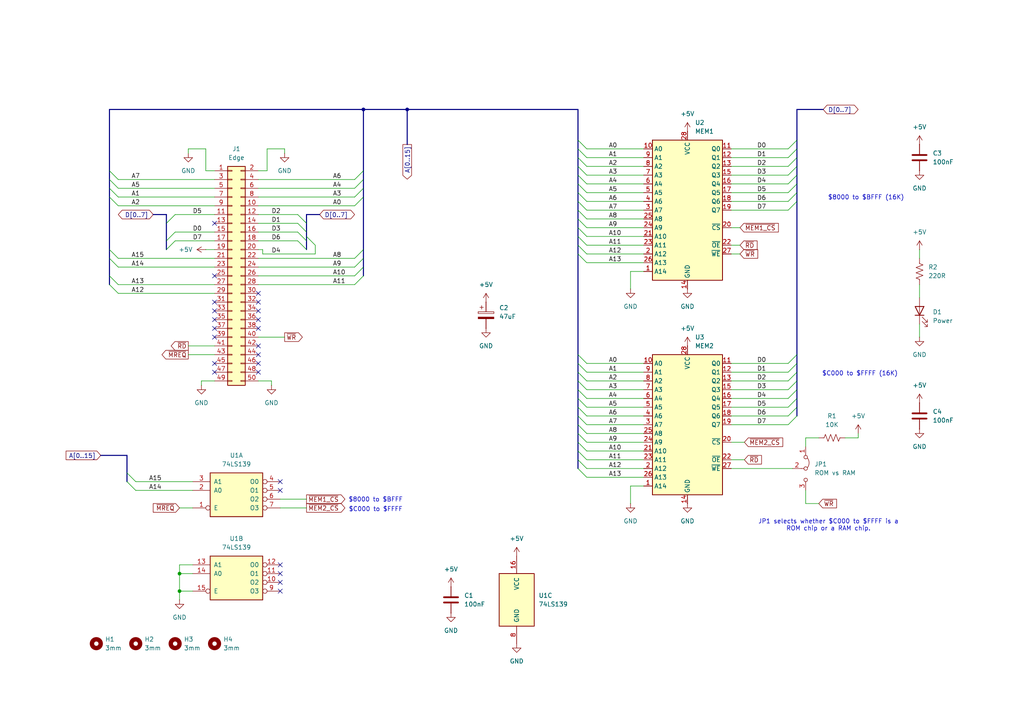
<source format=kicad_sch>
(kicad_sch (version 20231120) (generator "eeschema") (generator_version "8.0")
  (paper "A4")
  (title_block (title "Dick Smith System 80 Memory Cartridge") (date "2025") (rev "1") (comment 2 "Copyright (c) 2025 Rhys Weatherley"))
  (lib_symbols
    (symbol "74xx:74LS139" (pin_names (offset 1.016))
      (property "Reference" "U" (at -7.62 8.89 0))
      (property "Value" "74LS139" (at -7.62 -8.89 0))
      (symbol "74LS139_1_0"
        (pin input inverted (at -12.7 -5.08 0) (length 5.08) (name "E") (number "1"))
        (pin input line (at -12.7 0 0) (length 5.08) (name "A0") (number "2"))
        (pin input line (at -12.7 2.54 0) (length 5.08) (name "A1") (number "3"))
        (pin output inverted (at 12.7 2.54 180) (length 5.08) (name "O0") (number "4"))
        (pin output inverted (at 12.7 0 180) (length 5.08) (name "O1") (number "5"))
        (pin output inverted (at 12.7 -2.54 180) (length 5.08) (name "O2") (number "6"))
        (pin output inverted (at 12.7 -5.08 180) (length 5.08) (name "O3") (number "7"))
      )
      (symbol "74LS139_1_1"
        (rectangle (start -7.62 5.08) (end 7.62 -7.62) (stroke (width 0.254)) (fill (type background)))
      )
      (symbol "74LS139_2_0"
        (pin output inverted (at 12.7 -2.54 180) (length 5.08) (name "O2") (number "10"))
        (pin output inverted (at 12.7 0 180) (length 5.08) (name "O1") (number "11"))
        (pin output inverted (at 12.7 2.54 180) (length 5.08) (name "O0") (number "12"))
        (pin input line (at -12.7 2.54 0) (length 5.08) (name "A1") (number "13"))
        (pin input line (at -12.7 0 0) (length 5.08) (name "A0") (number "14"))
        (pin input inverted (at -12.7 -5.08 0) (length 5.08) (name "E") (number "15"))
        (pin output inverted (at 12.7 -5.08 180) (length 5.08) (name "O3") (number "9"))
      )
      (symbol "74LS139_2_1"
        (rectangle (start -7.62 5.08) (end 7.62 -7.62) (stroke (width 0.254)) (fill (type background)))
      )
      (symbol "74LS139_3_0"
        (pin power_in line (at 0 12.7 270) (length 5.08) (name "VCC") (number "16"))
        (pin power_in line (at 0 -12.7 90) (length 5.08) (name "GND") (number "8"))
      )
      (symbol "74LS139_3_1"
        (rectangle (start -5.08 7.62) (end 5.08 -7.62) (stroke (width 0.254)) (fill (type background)))
      )
    )
    (symbol "Connector_Generic:Conn_02x25_Odd_Even" (pin_names (offset 1.016) hide)
      (property "Reference" "J" (at 1.27 33.02 0))
      (property "Value" "Conn_02x25_Odd_Even" (at 1.27 -33.02 0))
      (symbol "Conn_02x25_Odd_Even_1_1"
        (rectangle (start -1.27 -30.353) (end 0 -30.607) (stroke (width 0.1524)))
        (rectangle (start -1.27 -27.813) (end 0 -28.067) (stroke (width 0.1524)))
        (rectangle (start -1.27 -25.273) (end 0 -25.527) (stroke (width 0.1524)))
        (rectangle (start -1.27 -22.733) (end 0 -22.987) (stroke (width 0.1524)))
        (rectangle (start -1.27 -20.193) (end 0 -20.447) (stroke (width 0.1524)))
        (rectangle (start -1.27 -17.653) (end 0 -17.907) (stroke (width 0.1524)))
        (rectangle (start -1.27 -15.113) (end 0 -15.367) (stroke (width 0.1524)))
        (rectangle (start -1.27 -12.573) (end 0 -12.827) (stroke (width 0.1524)))
        (rectangle (start -1.27 -10.033) (end 0 -10.287) (stroke (width 0.1524)))
        (rectangle (start -1.27 -7.493) (end 0 -7.747) (stroke (width 0.1524)))
        (rectangle (start -1.27 -4.953) (end 0 -5.207) (stroke (width 0.1524)))
        (rectangle (start -1.27 -2.413) (end 0 -2.667) (stroke (width 0.1524)))
        (rectangle (start -1.27 0.127) (end 0 -0.127) (stroke (width 0.1524)))
        (rectangle (start -1.27 2.667) (end 0 2.413) (stroke (width 0.1524)))
        (rectangle (start -1.27 5.207) (end 0 4.953) (stroke (width 0.1524)))
        (rectangle (start -1.27 7.747) (end 0 7.493) (stroke (width 0.1524)))
        (rectangle (start -1.27 10.287) (end 0 10.033) (stroke (width 0.1524)))
        (rectangle (start -1.27 12.827) (end 0 12.573) (stroke (width 0.1524)))
        (rectangle (start -1.27 15.367) (end 0 15.113) (stroke (width 0.1524)))
        (rectangle (start -1.27 17.907) (end 0 17.653) (stroke (width 0.1524)))
        (rectangle (start -1.27 20.447) (end 0 20.193) (stroke (width 0.1524)))
        (rectangle (start -1.27 22.987) (end 0 22.733) (stroke (width 0.1524)))
        (rectangle (start -1.27 25.527) (end 0 25.273) (stroke (width 0.1524)))
        (rectangle (start -1.27 28.067) (end 0 27.813) (stroke (width 0.1524)))
        (rectangle (start -1.27 30.607) (end 0 30.353) (stroke (width 0.1524)))
        (rectangle (start -1.27 31.75) (end 3.81 -31.75) (stroke (width 0.254)) (fill (type background)))
        (rectangle (start 3.81 -30.353) (end 2.54 -30.607) (stroke (width 0.1524)))
        (rectangle (start 3.81 -27.813) (end 2.54 -28.067) (stroke (width 0.1524)))
        (rectangle (start 3.81 -25.273) (end 2.54 -25.527) (stroke (width 0.1524)))
        (rectangle (start 3.81 -22.733) (end 2.54 -22.987) (stroke (width 0.1524)))
        (rectangle (start 3.81 -20.193) (end 2.54 -20.447) (stroke (width 0.1524)))
        (rectangle (start 3.81 -17.653) (end 2.54 -17.907) (stroke (width 0.1524)))
        (rectangle (start 3.81 -15.113) (end 2.54 -15.367) (stroke (width 0.1524)))
        (rectangle (start 3.81 -12.573) (end 2.54 -12.827) (stroke (width 0.1524)))
        (rectangle (start 3.81 -10.033) (end 2.54 -10.287) (stroke (width 0.1524)))
        (rectangle (start 3.81 -7.493) (end 2.54 -7.747) (stroke (width 0.1524)))
        (rectangle (start 3.81 -4.953) (end 2.54 -5.207) (stroke (width 0.1524)))
        (rectangle (start 3.81 -2.413) (end 2.54 -2.667) (stroke (width 0.1524)))
        (rectangle (start 3.81 0.127) (end 2.54 -0.127) (stroke (width 0.1524)))
        (rectangle (start 3.81 2.667) (end 2.54 2.413) (stroke (width 0.1524)))
        (rectangle (start 3.81 5.207) (end 2.54 4.953) (stroke (width 0.1524)))
        (rectangle (start 3.81 7.747) (end 2.54 7.493) (stroke (width 0.1524)))
        (rectangle (start 3.81 10.287) (end 2.54 10.033) (stroke (width 0.1524)))
        (rectangle (start 3.81 12.827) (end 2.54 12.573) (stroke (width 0.1524)))
        (rectangle (start 3.81 15.367) (end 2.54 15.113) (stroke (width 0.1524)))
        (rectangle (start 3.81 17.907) (end 2.54 17.653) (stroke (width 0.1524)))
        (rectangle (start 3.81 20.447) (end 2.54 20.193) (stroke (width 0.1524)))
        (rectangle (start 3.81 22.987) (end 2.54 22.733) (stroke (width 0.1524)))
        (rectangle (start 3.81 25.527) (end 2.54 25.273) (stroke (width 0.1524)))
        (rectangle (start 3.81 28.067) (end 2.54 27.813) (stroke (width 0.1524)))
        (rectangle (start 3.81 30.607) (end 2.54 30.353) (stroke (width 0.1524)))
        (pin passive line (at -5.08 30.48 0) (length 3.81) (name "Pin_1") (number "1"))
        (pin passive line (at 7.62 20.32 180) (length 3.81) (name "Pin_10") (number "10"))
        (pin passive line (at -5.08 17.78 0) (length 3.81) (name "Pin_11") (number "11"))
        (pin passive line (at 7.62 17.78 180) (length 3.81) (name "Pin_12") (number "12"))
        (pin passive line (at -5.08 15.24 0) (length 3.81) (name "Pin_13") (number "13"))
        (pin passive line (at 7.62 15.24 180) (length 3.81) (name "Pin_14") (number "14"))
        (pin passive line (at -5.08 12.7 0) (length 3.81) (name "Pin_15") (number "15"))
        (pin passive line (at 7.62 12.7 180) (length 3.81) (name "Pin_16") (number "16"))
        (pin passive line (at -5.08 10.16 0) (length 3.81) (name "Pin_17") (number "17"))
        (pin passive line (at 7.62 10.16 180) (length 3.81) (name "Pin_18") (number "18"))
        (pin passive line (at -5.08 7.62 0) (length 3.81) (name "Pin_19") (number "19"))
        (pin passive line (at 7.62 30.48 180) (length 3.81) (name "Pin_2") (number "2"))
        (pin passive line (at 7.62 7.62 180) (length 3.81) (name "Pin_20") (number "20"))
        (pin passive line (at -5.08 5.08 0) (length 3.81) (name "Pin_21") (number "21"))
        (pin passive line (at 7.62 5.08 180) (length 3.81) (name "Pin_22") (number "22"))
        (pin passive line (at -5.08 2.54 0) (length 3.81) (name "Pin_23") (number "23"))
        (pin passive line (at 7.62 2.54 180) (length 3.81) (name "Pin_24") (number "24"))
        (pin passive line (at -5.08 0 0) (length 3.81) (name "Pin_25") (number "25"))
        (pin passive line (at 7.62 0 180) (length 3.81) (name "Pin_26") (number "26"))
        (pin passive line (at -5.08 -2.54 0) (length 3.81) (name "Pin_27") (number "27"))
        (pin passive line (at 7.62 -2.54 180) (length 3.81) (name "Pin_28") (number "28"))
        (pin passive line (at -5.08 -5.08 0) (length 3.81) (name "Pin_29") (number "29"))
        (pin passive line (at -5.08 27.94 0) (length 3.81) (name "Pin_3") (number "3"))
        (pin passive line (at 7.62 -5.08 180) (length 3.81) (name "Pin_30") (number "30"))
        (pin passive line (at -5.08 -7.62 0) (length 3.81) (name "Pin_31") (number "31"))
        (pin passive line (at 7.62 -7.62 180) (length 3.81) (name "Pin_32") (number "32"))
        (pin passive line (at -5.08 -10.16 0) (length 3.81) (name "Pin_33") (number "33"))
        (pin passive line (at 7.62 -10.16 180) (length 3.81) (name "Pin_34") (number "34"))
        (pin passive line (at -5.08 -12.7 0) (length 3.81) (name "Pin_35") (number "35"))
        (pin passive line (at 7.62 -12.7 180) (length 3.81) (name "Pin_36") (number "36"))
        (pin passive line (at -5.08 -15.24 0) (length 3.81) (name "Pin_37") (number "37"))
        (pin passive line (at 7.62 -15.24 180) (length 3.81) (name "Pin_38") (number "38"))
        (pin passive line (at -5.08 -17.78 0) (length 3.81) (name "Pin_39") (number "39"))
        (pin passive line (at 7.62 27.94 180) (length 3.81) (name "Pin_4") (number "4"))
        (pin passive line (at 7.62 -17.78 180) (length 3.81) (name "Pin_40") (number "40"))
        (pin passive line (at -5.08 -20.32 0) (length 3.81) (name "Pin_41") (number "41"))
        (pin passive line (at 7.62 -20.32 180) (length 3.81) (name "Pin_42") (number "42"))
        (pin passive line (at -5.08 -22.86 0) (length 3.81) (name "Pin_43") (number "43"))
        (pin passive line (at 7.62 -22.86 180) (length 3.81) (name "Pin_44") (number "44"))
        (pin passive line (at -5.08 -25.4 0) (length 3.81) (name "Pin_45") (number "45"))
        (pin passive line (at 7.62 -25.4 180) (length 3.81) (name "Pin_46") (number "46"))
        (pin passive line (at -5.08 -27.94 0) (length 3.81) (name "Pin_47") (number "47"))
        (pin passive line (at 7.62 -27.94 180) (length 3.81) (name "Pin_48") (number "48"))
        (pin passive line (at -5.08 -30.48 0) (length 3.81) (name "Pin_49") (number "49"))
        (pin passive line (at -5.08 25.4 0) (length 3.81) (name "Pin_5") (number "5"))
        (pin passive line (at 7.62 -30.48 180) (length 3.81) (name "Pin_50") (number "50"))
        (pin passive line (at 7.62 25.4 180) (length 3.81) (name "Pin_6") (number "6"))
        (pin passive line (at -5.08 22.86 0) (length 3.81) (name "Pin_7") (number "7"))
        (pin passive line (at 7.62 22.86 180) (length 3.81) (name "Pin_8") (number "8"))
        (pin passive line (at -5.08 20.32 0) (length 3.81) (name "Pin_9") (number "9"))
      )
    )
    (symbol "Device:C" (pin_numbers hide) (pin_names (offset 0.254))
      (property "Reference" "C" (at 0.635 2.54 0))
      (property "Value" "C" (at 0.635 -2.54 0))
      (symbol "C_0_1"
        (polyline (pts (xy -2.032 -0.762) (xy 2.032 -0.762)) (stroke (width 0.508)))
        (polyline (pts (xy -2.032 0.762) (xy 2.032 0.762)) (stroke (width 0.508)))
      )
      (symbol "C_1_1"
        (pin passive line (at 0 3.81 270) (length 2.794) (name "~") (number "1"))
        (pin passive line (at 0 -3.81 90) (length 2.794) (name "~") (number "2"))
      )
    )
    (symbol "Device:C_Polarized" (pin_numbers hide) (pin_names (offset 0.254))
      (property "Reference" "C" (at 0.635 2.54 0))
      (property "Value" "C_Polarized" (at 0.635 -2.54 0))
      (symbol "C_Polarized_0_1"
        (rectangle (start -2.286 0.508) (end 2.286 1.016))
        (polyline (pts (xy -1.778 2.286) (xy -0.762 2.286)))
        (polyline (pts (xy -1.27 2.794) (xy -1.27 1.778)))
        (rectangle (start 2.286 -0.508) (end -2.286 -1.016) (fill (type outline)))
      )
      (symbol "C_Polarized_1_1"
        (pin passive line (at 0 3.81 270) (length 2.794) (name "~") (number "1"))
        (pin passive line (at 0 -3.81 90) (length 2.794) (name "~") (number "2"))
      )
    )
    (symbol "Device:LED" (pin_numbers hide) (pin_names (offset 1.016) hide)
      (property "Reference" "D" (at 0 2.54 0))
      (property "Value" "LED" (at 0 -2.54 0))
      (symbol "LED_0_1"
        (polyline (pts (xy -1.27 -1.27) (xy -1.27 1.27)) (stroke (width 0.254)))
        (polyline (pts (xy -1.27 0) (xy 1.27 0)))
        (polyline (pts (xy 1.27 -1.27) (xy 1.27 1.27) (xy -1.27 0) (xy 1.27 -1.27)) (stroke (width 0.254)))
        (polyline (pts (xy -3.048 -0.762) (xy -4.572 -2.286) (xy -3.81 -2.286) (xy -4.572 -2.286) (xy -4.572 -1.524)))
        (polyline (pts (xy -1.778 -0.762) (xy -3.302 -2.286) (xy -2.54 -2.286) (xy -3.302 -2.286) (xy -3.302 -1.524)))
      )
      (symbol "LED_1_1"
        (pin passive line (at -3.81 0 0) (length 2.54) (name "K") (number "1"))
        (pin passive line (at 3.81 0 180) (length 2.54) (name "A") (number "2"))
      )
    )
    (symbol "Device:R_US" (pin_numbers hide) (pin_names (offset 0))
      (property "Reference" "R" (at 2.54 0 90))
      (property "Value" "R_US" (at -2.54 0 90))
      (symbol "R_US_0_1"
        (polyline (pts (xy 0 -2.286) (xy 0 -2.54)))
        (polyline (pts (xy 0 2.286) (xy 0 2.54)))
        (polyline (pts (xy 0 -0.762) (xy 1.016 -1.143) (xy 0 -1.524) (xy -1.016 -1.905) (xy 0 -2.286)))
        (polyline (pts (xy 0 0.762) (xy 1.016 0.381) (xy 0 0) (xy -1.016 -0.381) (xy 0 -0.762)))
        (polyline (pts (xy 0 2.286) (xy 1.016 1.905) (xy 0 1.524) (xy -1.016 1.143) (xy 0 0.762)))
      )
      (symbol "R_US_1_1"
        (pin passive line (at 0 3.81 270) (length 1.27) (name "~") (number "1"))
        (pin passive line (at 0 -3.81 90) (length 1.27) (name "~") (number "2"))
      )
    )
    (symbol "Jumper:Jumper_3_Bridged12" (pin_names (offset 0) hide) (exclude_from_sim yes) (in_bom no)
      (property "Reference" "JP" (at -2.54 -2.54 0))
      (property "Value" "Jumper_3_Bridged12" (at 0 2.794 0))
      (symbol "Jumper_3_Bridged12_0_0"
        (circle (center -3.302 0) (radius 0.508))
        (circle (center 0 0) (radius 0.508))
        (circle (center 3.302 0) (radius 0.508))
      )
      (symbol "Jumper_3_Bridged12_0_1"
        (arc (start -0.254 0.508) (mid -1.651 0.9912) (end -3.048 0.508))
        (polyline (pts (xy 0 -1.27) (xy 0 -0.508)))
      )
      (symbol "Jumper_3_Bridged12_1_1"
        (pin passive line (at -6.35 0 0) (length 2.54) (name "A") (number "1"))
        (pin passive line (at 0 -3.81 90) (length 2.54) (name "C") (number "2"))
        (pin passive line (at 6.35 0 180) (length 2.54) (name "B") (number "3"))
      )
    )
    (symbol "Mechanical:MountingHole" (pin_names (offset 1.016)) (exclude_from_sim yes) (in_bom no)
      (property "Reference" "H" (at 0 5.08 0))
      (property "Value" "MountingHole" (at 0 3.175 0))
      (symbol "MountingHole_0_1"
        (circle (center 0 0) (radius 1.27) (stroke (width 1.27)))
      )
    )
    (symbol "Memory_RAM:CY62256-70PC"
      (property "Reference" "U" (at -10.16 20.955 0))
      (property "Value" "CY62256-70PC" (at 2.54 20.955 0))
      (symbol "CY62256-70PC_0_0"
        (pin power_in line (at 0 -22.86 90) (length 2.54) (name "GND") (number "14"))
        (pin power_in line (at 0 22.86 270) (length 2.54) (name "VCC") (number "28"))
      )
      (symbol "CY62256-70PC_0_1"
        (rectangle (start -10.16 20.32) (end 10.16 -20.32) (stroke (width 0.254)) (fill (type background)))
      )
      (symbol "CY62256-70PC_1_1"
        (pin input line (at -12.7 -17.78 0) (length 2.54) (name "A14") (number "1"))
        (pin input line (at -12.7 17.78 0) (length 2.54) (name "A0") (number "10"))
        (pin tri_state line (at 12.7 17.78 180) (length 2.54) (name "Q0") (number "11"))
        (pin tri_state line (at 12.7 15.24 180) (length 2.54) (name "Q1") (number "12"))
        (pin tri_state line (at 12.7 12.7 180) (length 2.54) (name "Q2") (number "13"))
        (pin tri_state line (at 12.7 10.16 180) (length 2.54) (name "Q3") (number "15"))
        (pin tri_state line (at 12.7 7.62 180) (length 2.54) (name "Q4") (number "16"))
        (pin tri_state line (at 12.7 5.08 180) (length 2.54) (name "Q5") (number "17"))
        (pin tri_state line (at 12.7 2.54 180) (length 2.54) (name "Q6") (number "18"))
        (pin tri_state line (at 12.7 0 180) (length 2.54) (name "Q7") (number "19"))
        (pin input line (at -12.7 -12.7 0) (length 2.54) (name "A12") (number "2"))
        (pin input line (at 12.7 -5.08 180) (length 2.54) (name "~{CS}") (number "20"))
        (pin input line (at -12.7 -7.62 0) (length 2.54) (name "A10") (number "21"))
        (pin input line (at 12.7 -10.16 180) (length 2.54) (name "~{OE}") (number "22"))
        (pin input line (at -12.7 -10.16 0) (length 2.54) (name "A11") (number "23"))
        (pin input line (at -12.7 -5.08 0) (length 2.54) (name "A9") (number "24"))
        (pin input line (at -12.7 -2.54 0) (length 2.54) (name "A8") (number "25"))
        (pin input line (at -12.7 -15.24 0) (length 2.54) (name "A13") (number "26"))
        (pin input line (at 12.7 -12.7 180) (length 2.54) (name "~{WE}") (number "27"))
        (pin input line (at -12.7 0 0) (length 2.54) (name "A7") (number "3"))
        (pin input line (at -12.7 2.54 0) (length 2.54) (name "A6") (number "4"))
        (pin input line (at -12.7 5.08 0) (length 2.54) (name "A5") (number "5"))
        (pin input line (at -12.7 7.62 0) (length 2.54) (name "A4") (number "6"))
        (pin input line (at -12.7 10.16 0) (length 2.54) (name "A3") (number "7"))
        (pin input line (at -12.7 12.7 0) (length 2.54) (name "A2") (number "8"))
        (pin input line (at -12.7 15.24 0) (length 2.54) (name "A1") (number "9"))
      )
    )
    (symbol "power:+5V" (power) (pin_numbers hide) (pin_names (offset 0) hide)
      (property "Value" "+5V" (at 0 3.556 0))
      (symbol "+5V_0_1"
        (polyline (pts (xy -0.762 1.27) (xy 0 2.54)))
        (polyline (pts (xy 0 0) (xy 0 2.54)))
        (polyline (pts (xy 0 2.54) (xy 0.762 1.27)))
      )
      (symbol "+5V_1_1"
        (pin power_in line (at 0 0 90) (length 0) (name "~") (number "1"))
      )
    )
    (symbol "power:GND" (power) (pin_numbers hide) (pin_names (offset 0) hide)
      (property "Value" "GND" (at 0 -3.81 0))
      (symbol "GND_0_1"
        (polyline (pts (xy 0 0) (xy 0 -1.27) (xy 1.27 -1.27) (xy 0 -2.54) (xy -1.27 -1.27) (xy 0 -1.27)))
      )
      (symbol "GND_1_1"
        (pin power_in line (at 0 0 270) (length 0) (name "~") (number "1"))
      )
    )
  )
  (junction (at 118.11 31.75))
  (junction (at 52.07 166.37))
  (junction (at 52.07 171.45))
  (junction (at 105.41 31.75))
  (no_connect (at 62.23 80.01))
  (no_connect (at 74.93 105.41))
  (no_connect (at 74.93 100.33))
  (no_connect (at 81.28 139.7))
  (no_connect (at 62.23 97.79))
  (no_connect (at 62.23 64.77))
  (no_connect (at 62.23 87.63))
  (no_connect (at 62.23 105.41))
  (no_connect (at 62.23 92.71))
  (no_connect (at 62.23 95.25))
  (no_connect (at 74.93 87.63))
  (no_connect (at 74.93 90.17))
  (no_connect (at 81.28 168.91))
  (no_connect (at 62.23 107.95))
  (no_connect (at 81.28 171.45))
  (no_connect (at 74.93 92.71))
  (no_connect (at 62.23 90.17))
  (no_connect (at 81.28 166.37))
  (no_connect (at 81.28 163.83))
  (no_connect (at 74.93 107.95))
  (no_connect (at 81.28 142.24))
  (no_connect (at 74.93 85.09))
  (no_connect (at 74.93 95.25))
  (no_connect (at 74.93 102.87))
  (bus_entry (at 231.14 115.57) (size -2.54 2.54))
  (bus_entry (at 105.41 80.01) (size -2.54 2.54))
  (bus_entry (at 48.26 69.85) (size 2.54 -2.54))
  (bus_entry (at 105.41 52.07) (size -2.54 2.54))
  (bus_entry (at 167.64 58.42) (size 2.54 2.54))
  (bus_entry (at 231.14 45.72) (size -2.54 2.54))
  (bus_entry (at 231.14 40.64) (size -2.54 2.54))
  (bus_entry (at 48.26 64.77) (size 2.54 -2.54))
  (bus_entry (at 167.64 115.57) (size 2.54 2.54))
  (bus_entry (at 167.64 120.65) (size 2.54 2.54))
  (bus_entry (at 88.9 64.77) (size -2.54 -2.54))
  (bus_entry (at 167.64 135.89) (size 2.54 2.54))
  (bus_entry (at 105.41 54.61) (size -2.54 2.54))
  (bus_entry (at 31.75 74.93) (size 2.54 2.54))
  (bus_entry (at 231.14 43.18) (size -2.54 2.54))
  (bus_entry (at 231.14 113.03) (size -2.54 2.54))
  (bus_entry (at 167.64 128.27) (size 2.54 2.54))
  (bus_entry (at 167.64 73.66) (size 2.54 2.54))
  (bus_entry (at 88.9 72.39) (size -2.54 -2.54))
  (bus_entry (at 88.9 68.58) (size 2.54 2.54))
  (bus_entry (at 167.64 66.04) (size 2.54 2.54))
  (bus_entry (at 31.75 72.39) (size 2.54 2.54))
  (bus_entry (at 231.14 120.65) (size -2.54 2.54))
  (bus_entry (at 167.64 60.96) (size 2.54 2.54))
  (bus_entry (at 167.64 110.49) (size 2.54 2.54))
  (bus_entry (at 167.64 102.87) (size 2.54 2.54))
  (bus_entry (at 231.14 118.11) (size -2.54 2.54))
  (bus_entry (at 167.64 45.72) (size 2.54 2.54))
  (bus_entry (at 231.14 110.49) (size -2.54 2.54))
  (bus_entry (at 36.83 139.7) (size 2.54 2.54))
  (bus_entry (at 31.75 54.61) (size 2.54 2.54))
  (bus_entry (at 231.14 50.8) (size -2.54 2.54))
  (bus_entry (at 31.75 80.01) (size 2.54 2.54))
  (bus_entry (at 167.64 105.41) (size 2.54 2.54))
  (bus_entry (at 167.64 118.11) (size 2.54 2.54))
  (bus_entry (at 231.14 107.95) (size -2.54 2.54))
  (bus_entry (at 105.41 49.53) (size -2.54 2.54))
  (bus_entry (at 88.9 67.31) (size -2.54 -2.54))
  (bus_entry (at 167.64 48.26) (size 2.54 2.54))
  (bus_entry (at 167.64 71.12) (size 2.54 2.54))
  (bus_entry (at 48.26 72.39) (size 2.54 -2.54))
  (bus_entry (at 167.64 123.19) (size 2.54 2.54))
  (bus_entry (at 31.75 52.07) (size 2.54 2.54))
  (bus_entry (at 167.64 130.81) (size 2.54 2.54))
  (bus_entry (at 105.41 74.93) (size -2.54 2.54))
  (bus_entry (at 167.64 68.58) (size 2.54 2.54))
  (bus_entry (at 167.64 40.64) (size 2.54 2.54))
  (bus_entry (at 167.64 107.95) (size 2.54 2.54))
  (bus_entry (at 167.64 133.35) (size 2.54 2.54))
  (bus_entry (at 167.64 63.5) (size 2.54 2.54))
  (bus_entry (at 167.64 113.03) (size 2.54 2.54))
  (bus_entry (at 231.14 102.87) (size -2.54 2.54))
  (bus_entry (at 88.9 69.85) (size -2.54 -2.54))
  (bus_entry (at 167.64 50.8) (size 2.54 2.54))
  (bus_entry (at 167.64 55.88) (size 2.54 2.54))
  (bus_entry (at 231.14 55.88) (size -2.54 2.54))
  (bus_entry (at 36.83 137.16) (size 2.54 2.54))
  (bus_entry (at 167.64 125.73) (size 2.54 2.54))
  (bus_entry (at 31.75 57.15) (size 2.54 2.54))
  (bus_entry (at 105.41 77.47) (size -2.54 2.54))
  (bus_entry (at 231.14 48.26) (size -2.54 2.54))
  (bus_entry (at 31.75 49.53) (size 2.54 2.54))
  (bus_entry (at 231.14 53.34) (size -2.54 2.54))
  (bus_entry (at 167.64 43.18) (size 2.54 2.54))
  (bus_entry (at 231.14 105.41) (size -2.54 2.54))
  (bus_entry (at 105.41 57.15) (size -2.54 2.54))
  (bus_entry (at 231.14 58.42) (size -2.54 2.54))
  (bus_entry (at 105.41 72.39) (size -2.54 2.54))
  (bus_entry (at 167.64 53.34) (size 2.54 2.54))
  (bus_entry (at 31.75 82.55) (size 2.54 2.54))
  (wire (pts (xy 228.6 43.18) (xy 212.09 43.18)))
  (wire (pts (xy 170.18 58.42) (xy 186.69 58.42)))
  (bus (pts (xy 167.64 63.5) (xy 167.64 66.04)))
  (bus (pts (xy 231.14 118.11) (xy 231.14 120.65)))
  (wire (pts (xy 52.07 163.83) (xy 55.88 163.83)))
  (wire (pts (xy 59.69 49.53) (xy 59.69 43.18)))
  (bus (pts (xy 88.9 64.77) (xy 88.9 67.31)))
  (bus (pts (xy 105.41 54.61) (xy 105.41 52.07)))
  (wire (pts (xy 170.18 113.03) (xy 186.69 113.03)))
  (bus (pts (xy 167.64 71.12) (xy 167.64 73.66)))
  (wire (pts (xy 212.09 133.35) (xy 215.9 133.35)))
  (wire (pts (xy 102.87 57.15) (xy 74.93 57.15)))
  (bus (pts (xy 167.64 105.41) (xy 167.64 107.95)))
  (wire (pts (xy 212.09 135.89) (xy 229.87 135.89)))
  (wire (pts (xy 228.6 105.41) (xy 212.09 105.41)))
  (bus (pts (xy 167.64 43.18) (xy 167.64 45.72)))
  (bus (pts (xy 31.75 72.39) (xy 31.75 57.15)))
  (wire (pts (xy 52.07 171.45) (xy 55.88 171.45)))
  (bus (pts (xy 31.75 52.07) (xy 31.75 49.53)))
  (bus (pts (xy 36.83 137.16) (xy 36.83 139.7)))
  (wire (pts (xy 233.68 146.05) (xy 233.68 142.24)))
  (wire (pts (xy 170.18 105.41) (xy 186.69 105.41)))
  (wire (pts (xy 237.49 146.05) (xy 233.68 146.05)))
  (wire (pts (xy 59.69 72.39) (xy 62.23 72.39)))
  (bus (pts (xy 105.41 77.47) (xy 105.41 80.01)))
  (wire (pts (xy 39.37 139.7) (xy 55.88 139.7)))
  (wire (pts (xy 54.61 100.33) (xy 62.23 100.33)))
  (bus (pts (xy 105.41 74.93) (xy 105.41 77.47)))
  (wire (pts (xy 77.47 43.18) (xy 82.55 43.18)))
  (wire (pts (xy 228.6 48.26) (xy 212.09 48.26)))
  (wire (pts (xy 170.18 138.43) (xy 186.69 138.43)))
  (bus (pts (xy 231.14 48.26) (xy 231.14 50.8)))
  (wire (pts (xy 228.6 50.8) (xy 212.09 50.8)))
  (wire (pts (xy 170.18 125.73) (xy 186.69 125.73)))
  (wire (pts (xy 245.11 127) (xy 248.92 127)))
  (bus (pts (xy 105.41 49.53) (xy 105.41 31.75)))
  (wire (pts (xy 34.29 52.07) (xy 62.23 52.07)))
  (bus (pts (xy 167.64 66.04) (xy 167.64 68.58)))
  (wire (pts (xy 91.44 73.66) (xy 91.44 71.12)))
  (bus (pts (xy 118.11 31.75) (xy 118.11 41.91)))
  (wire (pts (xy 233.68 127) (xy 233.68 129.54)))
  (bus (pts (xy 167.64 118.11) (xy 167.64 120.65)))
  (bus (pts (xy 88.9 67.31) (xy 88.9 68.58)))
  (bus (pts (xy 31.75 80.01) (xy 31.75 74.93)))
  (wire (pts (xy 170.18 120.65) (xy 186.69 120.65)))
  (bus (pts (xy 31.75 31.75) (xy 105.41 31.75)))
  (wire (pts (xy 102.87 74.93) (xy 74.93 74.93)))
  (wire (pts (xy 34.29 77.47) (xy 62.23 77.47)))
  (bus (pts (xy 92.71 62.23) (xy 88.9 62.23)))
  (wire (pts (xy 266.7 93.98) (xy 266.7 97.79)))
  (wire (pts (xy 52.07 173.99) (xy 52.07 171.45)))
  (wire (pts (xy 78.74 110.49) (xy 78.74 111.76)))
  (bus (pts (xy 231.14 58.42) (xy 231.14 102.87)))
  (wire (pts (xy 170.18 68.58) (xy 186.69 68.58)))
  (wire (pts (xy 102.87 80.01) (xy 74.93 80.01)))
  (wire (pts (xy 182.88 140.97) (xy 186.69 140.97)))
  (bus (pts (xy 31.75 49.53) (xy 31.75 31.75)))
  (wire (pts (xy 228.6 53.34) (xy 212.09 53.34)))
  (wire (pts (xy 228.6 123.19) (xy 212.09 123.19)))
  (wire (pts (xy 248.92 127) (xy 248.92 125.73)))
  (wire (pts (xy 54.61 43.18) (xy 54.61 44.45)))
  (wire (pts (xy 228.6 60.96) (xy 212.09 60.96)))
  (wire (pts (xy 74.93 72.39) (xy 76.2 72.39)))
  (bus (pts (xy 167.64 133.35) (xy 167.64 135.89)))
  (wire (pts (xy 102.87 82.55) (xy 74.93 82.55)))
  (wire (pts (xy 34.29 59.69) (xy 62.23 59.69)))
  (bus (pts (xy 36.83 132.08) (xy 36.83 137.16)))
  (wire (pts (xy 228.6 107.95) (xy 212.09 107.95)))
  (bus (pts (xy 167.64 55.88) (xy 167.64 58.42)))
  (wire (pts (xy 170.18 76.2) (xy 186.69 76.2)))
  (wire (pts (xy 212.09 71.12) (xy 214.63 71.12)))
  (bus (pts (xy 105.41 57.15) (xy 105.41 54.61)))
  (wire (pts (xy 102.87 77.47) (xy 74.93 77.47)))
  (wire (pts (xy 182.88 78.74) (xy 186.69 78.74)))
  (wire (pts (xy 58.42 110.49) (xy 58.42 111.76)))
  (bus (pts (xy 231.14 31.75) (xy 231.14 40.64)))
  (wire (pts (xy 170.18 133.35) (xy 186.69 133.35)))
  (wire (pts (xy 228.6 113.03) (xy 212.09 113.03)))
  (wire (pts (xy 102.87 54.61) (xy 74.93 54.61)))
  (wire (pts (xy 170.18 130.81) (xy 186.69 130.81)))
  (wire (pts (xy 170.18 110.49) (xy 186.69 110.49)))
  (wire (pts (xy 170.18 50.8) (xy 186.69 50.8)))
  (wire (pts (xy 86.36 62.23) (xy 74.93 62.23)))
  (wire (pts (xy 212.09 66.04) (xy 214.63 66.04)))
  (wire (pts (xy 52.07 166.37) (xy 52.07 163.83)))
  (wire (pts (xy 228.6 110.49) (xy 212.09 110.49)))
  (wire (pts (xy 170.18 118.11) (xy 186.69 118.11)))
  (bus (pts (xy 167.64 115.57) (xy 167.64 118.11)))
  (wire (pts (xy 62.23 110.49) (xy 58.42 110.49)))
  (wire (pts (xy 170.18 71.12) (xy 186.69 71.12)))
  (bus (pts (xy 88.9 62.23) (xy 88.9 64.77)))
  (wire (pts (xy 228.6 120.65) (xy 212.09 120.65)))
  (bus (pts (xy 231.14 113.03) (xy 231.14 115.57)))
  (bus (pts (xy 105.41 31.75) (xy 118.11 31.75)))
  (bus (pts (xy 231.14 31.75) (xy 238.76 31.75)))
  (wire (pts (xy 81.28 144.78) (xy 88.9 144.78)))
  (bus (pts (xy 167.64 128.27) (xy 167.64 130.81)))
  (wire (pts (xy 182.88 83.82) (xy 182.88 78.74)))
  (bus (pts (xy 167.64 68.58) (xy 167.64 71.12)))
  (bus (pts (xy 48.26 62.23) (xy 48.26 64.77)))
  (wire (pts (xy 170.18 63.5) (xy 186.69 63.5)))
  (bus (pts (xy 44.45 62.23) (xy 48.26 62.23)))
  (bus (pts (xy 167.64 73.66) (xy 167.64 102.87)))
  (wire (pts (xy 86.36 67.31) (xy 74.93 67.31)))
  (bus (pts (xy 88.9 68.58) (xy 88.9 69.85)))
  (bus (pts (xy 167.64 125.73) (xy 167.64 128.27)))
  (wire (pts (xy 52.07 166.37) (xy 55.88 166.37)))
  (bus (pts (xy 167.64 48.26) (xy 167.64 50.8)))
  (bus (pts (xy 231.14 53.34) (xy 231.14 55.88)))
  (wire (pts (xy 266.7 82.55) (xy 266.7 86.36)))
  (wire (pts (xy 102.87 52.07) (xy 74.93 52.07)))
  (bus (pts (xy 167.64 60.96) (xy 167.64 63.5)))
  (bus (pts (xy 31.75 54.61) (xy 31.75 52.07)))
  (wire (pts (xy 82.55 43.18) (xy 82.55 44.45)))
  (wire (pts (xy 170.18 123.19) (xy 186.69 123.19)))
  (bus (pts (xy 105.41 72.39) (xy 105.41 74.93)))
  (wire (pts (xy 212.09 73.66) (xy 214.63 73.66)))
  (bus (pts (xy 167.64 50.8) (xy 167.64 53.34)))
  (wire (pts (xy 74.93 97.79) (xy 82.55 97.79)))
  (bus (pts (xy 167.64 120.65) (xy 167.64 123.19)))
  (wire (pts (xy 74.93 110.49) (xy 78.74 110.49)))
  (bus (pts (xy 167.64 110.49) (xy 167.64 113.03)))
  (wire (pts (xy 170.18 48.26) (xy 186.69 48.26)))
  (wire (pts (xy 228.6 58.42) (xy 212.09 58.42)))
  (wire (pts (xy 81.28 147.32) (xy 88.9 147.32)))
  (bus (pts (xy 31.75 82.55) (xy 31.75 80.01)))
  (wire (pts (xy 182.88 146.05) (xy 182.88 140.97)))
  (wire (pts (xy 237.49 127) (xy 233.68 127)))
  (wire (pts (xy 170.18 66.04) (xy 186.69 66.04)))
  (wire (pts (xy 34.29 57.15) (xy 62.23 57.15)))
  (wire (pts (xy 228.6 118.11) (xy 212.09 118.11)))
  (bus (pts (xy 167.64 113.03) (xy 167.64 115.57)))
  (wire (pts (xy 102.87 59.69) (xy 74.93 59.69)))
  (wire (pts (xy 170.18 43.18) (xy 186.69 43.18)))
  (bus (pts (xy 231.14 43.18) (xy 231.14 45.72)))
  (bus (pts (xy 231.14 40.64) (xy 231.14 43.18)))
  (wire (pts (xy 170.18 53.34) (xy 186.69 53.34)))
  (wire (pts (xy 34.29 82.55) (xy 62.23 82.55)))
  (bus (pts (xy 231.14 45.72) (xy 231.14 48.26)))
  (wire (pts (xy 212.09 128.27) (xy 215.9 128.27)))
  (wire (pts (xy 54.61 102.87) (xy 62.23 102.87)))
  (bus (pts (xy 167.64 45.72) (xy 167.64 48.26)))
  (wire (pts (xy 170.18 135.89) (xy 186.69 135.89)))
  (wire (pts (xy 59.69 43.18) (xy 54.61 43.18)))
  (wire (pts (xy 77.47 49.53) (xy 77.47 43.18)))
  (bus (pts (xy 48.26 69.85) (xy 48.26 72.39)))
  (wire (pts (xy 50.8 67.31) (xy 62.23 67.31)))
  (wire (pts (xy 76.2 72.39) (xy 76.2 73.66)))
  (bus (pts (xy 167.64 53.34) (xy 167.64 55.88)))
  (wire (pts (xy 86.36 64.77) (xy 74.93 64.77)))
  (bus (pts (xy 105.41 52.07) (xy 105.41 49.53)))
  (wire (pts (xy 170.18 128.27) (xy 186.69 128.27)))
  (bus (pts (xy 167.64 31.75) (xy 167.64 40.64)))
  (wire (pts (xy 74.93 49.53) (xy 77.47 49.53)))
  (wire (pts (xy 228.6 55.88) (xy 212.09 55.88)))
  (bus (pts (xy 88.9 69.85) (xy 88.9 72.39)))
  (bus (pts (xy 48.26 64.77) (xy 48.26 69.85)))
  (bus (pts (xy 167.64 130.81) (xy 167.64 133.35)))
  (bus (pts (xy 167.64 58.42) (xy 167.64 60.96)))
  (bus (pts (xy 231.14 115.57) (xy 231.14 118.11)))
  (wire (pts (xy 228.6 45.72) (xy 212.09 45.72)))
  (bus (pts (xy 231.14 50.8) (xy 231.14 53.34)))
  (wire (pts (xy 170.18 45.72) (xy 186.69 45.72)))
  (wire (pts (xy 228.6 115.57) (xy 212.09 115.57)))
  (wire (pts (xy 50.8 69.85) (xy 62.23 69.85)))
  (wire (pts (xy 266.7 72.39) (xy 266.7 74.93)))
  (wire (pts (xy 34.29 85.09) (xy 62.23 85.09)))
  (bus (pts (xy 231.14 110.49) (xy 231.14 113.03)))
  (bus (pts (xy 29.21 132.08) (xy 36.83 132.08)))
  (bus (pts (xy 118.11 31.75) (xy 167.64 31.75)))
  (wire (pts (xy 170.18 55.88) (xy 186.69 55.88)))
  (wire (pts (xy 86.36 69.85) (xy 74.93 69.85)))
  (wire (pts (xy 170.18 107.95) (xy 186.69 107.95)))
  (bus (pts (xy 31.75 57.15) (xy 31.75 54.61)))
  (bus (pts (xy 231.14 102.87) (xy 231.14 105.41)))
  (bus (pts (xy 167.64 40.64) (xy 167.64 43.18)))
  (wire (pts (xy 76.2 73.66) (xy 91.44 73.66)))
  (wire (pts (xy 170.18 73.66) (xy 186.69 73.66)))
  (wire (pts (xy 50.8 62.23) (xy 62.23 62.23)))
  (bus (pts (xy 167.64 107.95) (xy 167.64 110.49)))
  (wire (pts (xy 39.37 142.24) (xy 55.88 142.24)))
  (wire (pts (xy 170.18 115.57) (xy 186.69 115.57)))
  (bus (pts (xy 231.14 55.88) (xy 231.14 58.42)))
  (bus (pts (xy 31.75 74.93) (xy 31.75 72.39)))
  (wire (pts (xy 34.29 54.61) (xy 62.23 54.61)))
  (wire (pts (xy 34.29 74.93) (xy 62.23 74.93)))
  (wire (pts (xy 62.23 49.53) (xy 59.69 49.53)))
  (bus (pts (xy 167.64 102.87) (xy 167.64 105.41)))
  (bus (pts (xy 231.14 105.41) (xy 231.14 107.95)))
  (wire (pts (xy 52.07 171.45) (xy 52.07 166.37)))
  (bus (pts (xy 167.64 123.19) (xy 167.64 125.73)))
  (bus (pts (xy 231.14 107.95) (xy 231.14 110.49)))
  (bus (pts (xy 105.41 57.15) (xy 105.41 72.39)))
  (wire (pts (xy 170.18 60.96) (xy 186.69 60.96)))
  (wire (pts (xy 52.07 147.32) (xy 55.88 147.32)))
  (text "$C000 to $FFFF (16K)" (at 249.428 108.458 0) (effects (font (size 1.27 1.27))))
  (text "JP1 selects whether $C000 to $FFFF is a\nROM chip or a RAM chip." (at 240.284 152.4 0) (effects (font (size 1.27 1.27))))
  (text "$8000 to $BFFF (16K)" (at 251.206 57.404 0) (effects (font (size 1.27 1.27))))
  (text "$C000 to $FFFF" (at 108.966 147.828 0) (effects (font (size 1.27 1.27))))
  (text "$8000 to $BFFF" (at 108.966 145.034 0) (effects (font (size 1.27 1.27))))
  (label "A15" (at 43.18 139.7 0))
  (label "A12" (at 176.53 73.66 0))
  (label "D0" (at 55.88 67.31 0))
  (label "D5" (at 222.25 55.88 180))
  (label "A6" (at 176.53 120.65 0))
  (label "A4" (at 176.53 53.34 0))
  (label "D0" (at 222.25 105.41 180))
  (label "A2" (at 176.53 48.26 0))
  (label "D2" (at 222.25 110.49 180))
  (label "D5" (at 55.88 62.23 0))
  (label "A3" (at 176.53 113.03 0))
  (label "A8" (at 176.53 63.5 0))
  (label "A15" (at 38.1 74.93 0))
  (label "A10" (at 176.53 130.81 0))
  (label "A12" (at 176.53 135.89 0))
  (label "A1" (at 176.53 107.95 0))
  (label "D6" (at 222.25 120.65 180))
  (label "A2" (at 176.53 110.49 0))
  (label "A13" (at 176.53 76.2 0))
  (label "A3" (at 176.53 50.8 0))
  (label "A0" (at 96.52 59.69 0))
  (label "A5" (at 38.1 54.61 0))
  (label "D6" (at 222.25 58.42 180))
  (label "D7" (at 222.25 123.19 180))
  (label "D4" (at 222.25 53.34 180))
  (label "A1" (at 38.1 57.15 0))
  (label "A6" (at 176.53 58.42 0))
  (label "A10" (at 176.53 68.58 0))
  (label "D0" (at 222.25 43.18 180))
  (label "A12" (at 38.1 85.09 0))
  (label "D1" (at 78.74 64.77 0))
  (label "A14" (at 43.18 142.24 0))
  (label "D7" (at 55.88 69.85 0))
  (label "A5" (at 176.53 118.11 0))
  (label "A8" (at 176.53 125.73 0))
  (label "D4" (at 78.74 73.66 0))
  (label "A11" (at 96.52 82.55 0))
  (label "D1" (at 222.25 45.72 180))
  (label "D3" (at 222.25 50.8 180))
  (label "A14" (at 38.1 77.47 0))
  (label "A7" (at 176.53 123.19 0))
  (label "D7" (at 222.25 60.96 180))
  (label "D3" (at 222.25 113.03 180))
  (label "A6" (at 96.52 52.07 0))
  (label "A5" (at 176.53 55.88 0))
  (label "A3" (at 96.52 57.15 0))
  (label "A9" (at 96.52 77.47 0))
  (label "D6" (at 78.74 69.85 0))
  (label "A4" (at 176.53 115.57 0))
  (label "A7" (at 38.1 52.07 0))
  (label "A1" (at 176.53 45.72 0))
  (label "A0" (at 176.53 43.18 0))
  (label "D3" (at 78.74 67.31 0))
  (label "D2" (at 78.74 62.23 0))
  (label "A4" (at 96.52 54.61 0))
  (label "D2" (at 222.25 48.26 180))
  (label "A8" (at 96.52 74.93 0))
  (label "A2" (at 38.1 59.69 0))
  (label "A7" (at 176.53 60.96 0))
  (label "A9" (at 176.53 128.27 0))
  (label "A0" (at 176.53 105.41 0))
  (label "D5" (at 222.25 118.11 180))
  (label "A11" (at 176.53 71.12 0))
  (label "D1" (at 222.25 107.95 180))
  (label "A13" (at 38.1 82.55 0))
  (label "A10" (at 96.52 80.01 0))
  (label "D4" (at 222.25 115.57 180))
  (label "A11" (at 176.53 133.35 0))
  (label "A13" (at 176.53 138.43 0))
  (label "A9" (at 176.53 66.04 0))
  (global_label "~{MEM1_CS}" (shape input) (at 214.63 66.04 0) (property "Intersheetrefs" "${INTERSHEET_REFS}" (effects (hide yes))))
  (global_label "~{RD}" (shape output) (at 54.61 100.33 180) (property "Intersheetrefs" "${INTERSHEET_REFS}" (effects (hide yes))))
  (global_label "~{WR}" (shape input) (at 214.63 73.66 0) (property "Intersheetrefs" "${INTERSHEET_REFS}" (effects (hide yes))))
  (global_label "~{WR}" (shape input) (at 237.49 146.05 0) (property "Intersheetrefs" "${INTERSHEET_REFS}" (effects (hide yes))))
  (global_label "D[0..7]" (shape bidirectional) (at 44.45 62.23 180) (property "Intersheetrefs" "${INTERSHEET_REFS}" (effects (hide yes))))
  (global_label "~{MREQ}" (shape output) (at 54.61 102.87 180) (property "Intersheetrefs" "${INTERSHEET_REFS}" (effects (hide yes))))
  (global_label "~{WR}" (shape output) (at 82.55 97.79 0) (property "Intersheetrefs" "${INTERSHEET_REFS}" (effects (hide yes))))
  (global_label "~{MEM2_CS}" (shape input) (at 215.9 128.27 0) (property "Intersheetrefs" "${INTERSHEET_REFS}" (effects (hide yes))))
  (global_label "A[0..15]" (shape output) (at 118.11 41.91 270) (property "Intersheetrefs" "${INTERSHEET_REFS}" (effects (hide yes))))
  (global_label "~{RD}" (shape input) (at 215.9 133.35 0) (property "Intersheetrefs" "${INTERSHEET_REFS}" (effects (hide yes))))
  (global_label "D[0..7]" (shape bidirectional) (at 238.76 31.75 0) (property "Intersheetrefs" "${INTERSHEET_REFS}" (effects (hide yes))))
  (global_label "~{MEM2_CS}" (shape output) (at 88.9 147.32 0) (property "Intersheetrefs" "${INTERSHEET_REFS}" (effects (hide yes))))
  (global_label "~{MREQ}" (shape input) (at 52.07 147.32 180) (property "Intersheetrefs" "${INTERSHEET_REFS}" (effects (hide yes))))
  (global_label "~{RD}" (shape input) (at 214.63 71.12 0) (property "Intersheetrefs" "${INTERSHEET_REFS}" (effects (hide yes))))
  (global_label "~{MEM1_CS}" (shape output) (at 88.9 144.78 0) (property "Intersheetrefs" "${INTERSHEET_REFS}" (effects (hide yes))))
  (global_label "D[0..7]" (shape bidirectional) (at 92.71 62.23 0) (property "Intersheetrefs" "${INTERSHEET_REFS}" (effects (hide yes))))
  (global_label "A[0..15]" (shape input) (at 29.21 132.08 180) (property "Intersheetrefs" "${INTERSHEET_REFS}" (effects (hide yes))))
  (symbol (lib_id "Device:LED") (at 266.7 90.17 90) (unit 1)
    (property "Reference" "D1" (at 270.51 90.4874 90) (effects (justify right)))
    (property "Value" "Power" (at 270.51 93.0274 90) (effects (justify right)))
    (property "Footprint" "LED_THT:LED_D5.0mm" (effects (hide yes)))
    (property "Description" "Light emitting diode" (effects (hide yes)))
  )
  (symbol (lib_id "power:GND") (at 266.7 49.53 0) (unit 1)
    (property "Reference" "#PWR21" (effects (hide yes)))
    (property "Value" "GND" (at 266.7 54.61 0))
    (property "Description" "Power symbol creates a global label with name \"GND\" , ground" (effects (hide yes)))
  )
  (symbol (lib_id "power:GND") (at 130.81 177.8 0) (unit 1)
    (property "Reference" "#PWR8" (effects (hide yes)))
    (property "Value" "GND" (at 130.81 182.88 0))
    (property "Description" "Power symbol creates a global label with name \"GND\" , ground" (effects (hide yes)))
  )
  (symbol (lib_id "Device:R_US") (at 266.7 78.74 0) (unit 1)
    (property "Reference" "R2" (at 269.24 77.4699 0) (effects (justify left)))
    (property "Value" "220R" (at 269.24 80.0099 0) (effects (justify left)))
    (property "Footprint" "Resistor_THT:R_Axial_DIN0207_L6.3mm_D2.5mm_P10.16mm_Horizontal" (effects (hide yes)))
    (property "Description" "Resistor, US symbol" (effects (hide yes)))
  )
  (symbol (lib_id "power:GND") (at 58.42 111.76 0) (unit 1)
    (property "Reference" "#PWR3" (effects (hide yes)))
    (property "Value" "GND" (at 58.42 116.84 0))
    (property "Description" "Power symbol creates a global label with name \"GND\" , ground" (effects (hide yes)))
  )
  (symbol (lib_id "power:+5V") (at 130.81 170.18 0) (unit 1)
    (property "Reference" "#PWR7" (effects (hide yes)))
    (property "Value" "+5V" (at 130.81 165.1 0))
    (property "Description" "Power symbol creates a global label with name \"+5V\"" (effects (hide yes)))
  )
  (symbol (lib_id "Device:C") (at 130.81 173.99 0) (unit 1)
    (property "Reference" "C1" (at 134.62 172.7199 0) (effects (justify left)))
    (property "Value" "100nF" (at 134.62 175.2599 0) (effects (justify left)))
    (property "Footprint" "Capacitor_THT:C_Disc_D5.0mm_W2.5mm_P5.00mm" (effects (hide yes)))
    (property "Description" "Unpolarized capacitor" (effects (hide yes)))
  )
  (symbol (lib_id "power:GND") (at 182.88 146.05 0) (unit 1)
    (property "Reference" "#PWR14" (effects (hide yes)))
    (property "Value" "GND" (at 182.88 151.13 0))
    (property "Description" "Power symbol creates a global label with name \"GND\" , ground" (effects (hide yes)))
  )
  (symbol (lib_id "power:GND") (at 140.97 95.25 0) (mirror y) (unit 1)
    (property "Reference" "#PWR10" (effects (hide yes)))
    (property "Value" "GND" (at 140.97 100.33 0))
    (property "Description" "Power symbol creates a global label with name \"GND\" , ground" (effects (hide yes)))
  )
  (symbol (lib_id "power:+5V") (at 266.7 72.39 0) (unit 1)
    (property "Reference" "#PWR22" (effects (hide yes)))
    (property "Value" "+5V" (at 266.7 67.31 0))
    (property "Description" "Power symbol creates a global label with name \"+5V\"" (effects (hide yes)))
  )
  (symbol (lib_id "Mechanical:MountingHole") (at 27.94 186.69 0) (unit 1) (exclude_from_sim yes) (in_bom no)
    (property "Reference" "H1" (at 30.48 185.4199 0) (effects (justify left)))
    (property "Value" "3mm" (at 30.48 187.9599 0) (effects (justify left)))
    (property "Footprint" "MountingHole:MountingHole_3mm" (effects (hide yes)))
    (property "Description" "Mounting Hole without connection" (effects (hide yes)))
  )
  (symbol (lib_id "Device:C") (at 266.7 120.65 0) (unit 1)
    (property "Reference" "C4" (at 270.51 119.3799 0) (effects (justify left)))
    (property "Value" "100nF" (at 270.51 121.9199 0) (effects (justify left)))
    (property "Footprint" "Capacitor_THT:C_Disc_D5.0mm_W2.5mm_P5.00mm" (effects (hide yes)))
    (property "Description" "Unpolarized capacitor" (effects (hide yes)))
  )
  (symbol (lib_id "Mechanical:MountingHole") (at 62.23 186.69 0) (unit 1) (exclude_from_sim yes) (in_bom no)
    (property "Reference" "H4" (at 64.77 185.4199 0) (effects (justify left)))
    (property "Value" "3mm" (at 64.77 187.9599 0) (effects (justify left)))
    (property "Footprint" "MountingHole:MountingHole_3mm" (effects (hide yes)))
    (property "Description" "Mounting Hole without connection" (effects (hide yes)))
  )
  (symbol (lib_id "power:GND") (at 182.88 83.82 0) (unit 1)
    (property "Reference" "#PWR13" (effects (hide yes)))
    (property "Value" "GND" (at 182.88 88.9 0))
    (property "Description" "Power symbol creates a global label with name \"GND\" , ground" (effects (hide yes)))
  )
  (symbol (lib_id "power:GND") (at 82.55 44.45 0) (mirror y) (unit 1)
    (property "Reference" "#PWR6" (effects (hide yes)))
    (property "Value" "GND" (at 82.55 49.53 0))
    (property "Description" "Power symbol creates a global label with name \"GND\" , ground" (effects (hide yes)))
  )
  (symbol (lib_id "Memory_RAM:CY62256-70PC") (at 199.39 60.96 0) (unit 1)
    (property "Reference" "U2" (at 201.5841 35.56 0) (effects (justify left)))
    (property "Value" "MEM1" (at 201.5841 38.1 0) (effects (justify left)))
    (property "Footprint" "Socket:DIP_Socket-28_W11.9_W12.7_W15.24_W17.78_W18.5_3M_228-1277-00-0602J" (effects (hide yes)))
    (property "Datasheet" "https://ecee.colorado.edu/~mcclurel/Cypress_SRAM_CY62256.pdf" (effects (hide yes)))
    (property "Description" "256K (32K x 8) Static RAM, 70ns, DIP-28" (effects (hide yes)))
  )
  (symbol (lib_id "power:+5V") (at 140.97 87.63 0) (unit 1)
    (property "Reference" "#PWR9" (effects (hide yes)))
    (property "Value" "+5V" (at 140.97 82.55 0))
    (property "Description" "Power symbol creates a global label with name \"+5V\"" (effects (hide yes)))
  )
  (symbol (lib_id "power:GND") (at 266.7 124.46 0) (unit 1)
    (property "Reference" "#PWR25" (effects (hide yes)))
    (property "Value" "GND" (at 266.7 129.54 0))
    (property "Description" "Power symbol creates a global label with name \"GND\" , ground" (effects (hide yes)))
  )
  (symbol (lib_id "Device:C") (at 266.7 45.72 0) (unit 1)
    (property "Reference" "C3" (at 270.51 44.4499 0) (effects (justify left)))
    (property "Value" "100nF" (at 270.51 46.9899 0) (effects (justify left)))
    (property "Footprint" "Capacitor_THT:C_Disc_D5.0mm_W2.5mm_P5.00mm" (effects (hide yes)))
    (property "Description" "Unpolarized capacitor" (effects (hide yes)))
  )
  (symbol (lib_id "power:+5V") (at 266.7 116.84 0) (unit 1)
    (property "Reference" "#PWR24" (effects (hide yes)))
    (property "Value" "+5V" (at 266.7 111.76 0))
    (property "Description" "Power symbol creates a global label with name \"+5V\"" (effects (hide yes)))
  )
  (symbol (lib_id "Device:R_US") (at 241.3 127 90) (unit 1)
    (property "Reference" "R1" (at 241.3 120.65 90))
    (property "Value" "10K" (at 241.3 123.19 90))
    (property "Footprint" "Resistor_THT:R_Axial_DIN0207_L6.3mm_D2.5mm_P10.16mm_Horizontal" (effects (hide yes)))
    (property "Description" "Resistor, US symbol" (effects (hide yes)))
  )
  (symbol (lib_id "74xx:74LS139") (at 68.58 142.24 0) (unit 1)
    (property "Reference" "U1" (at 68.58 132.08 0))
    (property "Value" "74LS139" (at 68.58 134.62 0))
    (property "Footprint" "Package_DIP:DIP-16_W7.62mm" (effects (hide yes)))
    (property "Datasheet" "http://www.ti.com/lit/ds/symlink/sn74ls139a.pdf" (effects (hide yes)))
    (property "Description" "Dual Decoder 1 of 4, Active low outputs" (effects (hide yes)))
  )
  (symbol (lib_id "power:GND") (at 52.07 173.99 0) (unit 1)
    (property "Reference" "#PWR1" (effects (hide yes)))
    (property "Value" "GND" (at 52.07 179.07 0))
    (property "Description" "Power symbol creates a global label with name \"GND\" , ground" (effects (hide yes)))
  )
  (symbol (lib_id "power:+5V") (at 266.7 41.91 0) (unit 1)
    (property "Reference" "#PWR20" (effects (hide yes)))
    (property "Value" "+5V" (at 266.7 36.83 0))
    (property "Description" "Power symbol creates a global label with name \"+5V\"" (effects (hide yes)))
  )
  (symbol (lib_id "Connector_Generic:Conn_02x25_Odd_Even") (at 67.31 80.01 0) (unit 1)
    (property "Reference" "J1" (at 68.58 43.18 0))
    (property "Value" "Edge" (at 68.58 45.72 0))
    (property "Footprint" "EdgeConnectors:Edge_Connector_50pin" (effects (hide yes)))
    (property "Description" "Generic connector, double row, 02x25, odd/even pin numbering scheme (row 1 odd numbers, row 2 even numbers), script generated (kicad-library-utils/schlib/autogen/connector/)" (effects (hide yes)))
  )
  (symbol (lib_id "power:GND") (at 266.7 97.79 0) (unit 1)
    (property "Reference" "#PWR23" (effects (hide yes)))
    (property "Value" "GND" (at 266.7 102.87 0))
    (property "Description" "Power symbol creates a global label with name \"GND\" , ground" (effects (hide yes)))
  )
  (symbol (lib_id "power:GND") (at 54.61 44.45 0) (unit 1)
    (property "Reference" "#PWR2" (effects (hide yes)))
    (property "Value" "GND" (at 54.61 49.53 0))
    (property "Description" "Power symbol creates a global label with name \"GND\" , ground" (effects (hide yes)))
  )
  (symbol (lib_id "power:GND") (at 78.74 111.76 0) (mirror y) (unit 1)
    (property "Reference" "#PWR5" (effects (hide yes)))
    (property "Value" "GND" (at 78.74 116.84 0))
    (property "Description" "Power symbol creates a global label with name \"GND\" , ground" (effects (hide yes)))
  )
  (symbol (lib_id "power:GND") (at 199.39 146.05 0) (unit 1)
    (property "Reference" "#PWR18" (effects (hide yes)))
    (property "Value" "GND" (at 199.39 151.13 0))
    (property "Description" "Power symbol creates a global label with name \"GND\" , ground" (effects (hide yes)))
  )
  (symbol (lib_id "power:GND") (at 149.86 186.69 0) (unit 1)
    (property "Reference" "#PWR12" (effects (hide yes)))
    (property "Value" "GND" (at 149.86 191.77 0))
    (property "Description" "Power symbol creates a global label with name \"GND\" , ground" (effects (hide yes)))
  )
  (symbol (lib_id "power:+5V") (at 149.86 161.29 0) (unit 1)
    (property "Reference" "#PWR11" (effects (hide yes)))
    (property "Value" "+5V" (at 149.86 156.21 0))
    (property "Description" "Power symbol creates a global label with name \"+5V\"" (effects (hide yes)))
  )
  (symbol (lib_id "Mechanical:MountingHole") (at 50.8 186.69 0) (unit 1) (exclude_from_sim yes) (in_bom no)
    (property "Reference" "H3" (at 53.34 185.4199 0) (effects (justify left)))
    (property "Value" "3mm" (at 53.34 187.9599 0) (effects (justify left)))
    (property "Footprint" "MountingHole:MountingHole_3mm" (effects (hide yes)))
    (property "Description" "Mounting Hole without connection" (effects (hide yes)))
  )
  (symbol (lib_id "Device:C_Polarized") (at 140.97 91.44 0) (unit 1)
    (property "Reference" "C2" (at 144.78 89.2809 0) (effects (justify left)))
    (property "Value" "47uF" (at 144.78 91.8209 0) (effects (justify left)))
    (property "Footprint" "Capacitor_THT:CP_Radial_D6.3mm_P2.50mm" (effects (hide yes)))
    (property "Description" "Polarized capacitor" (effects (hide yes)))
  )
  (symbol (lib_id "Mechanical:MountingHole") (at 39.37 186.69 0) (unit 1) (exclude_from_sim yes) (in_bom no)
    (property "Reference" "H2" (at 41.91 185.4199 0) (effects (justify left)))
    (property "Value" "3mm" (at 41.91 187.9599 0) (effects (justify left)))
    (property "Footprint" "MountingHole:MountingHole_3mm" (effects (hide yes)))
    (property "Description" "Mounting Hole without connection" (effects (hide yes)))
  )
  (symbol (lib_id "power:+5V") (at 199.39 38.1 0) (unit 1)
    (property "Reference" "#PWR15" (effects (hide yes)))
    (property "Value" "+5V" (at 199.39 33.02 0))
    (property "Description" "Power symbol creates a global label with name \"+5V\"" (effects (hide yes)))
  )
  (symbol (lib_id "74xx:74LS139") (at 68.58 166.37 0) (unit 2)
    (property "Reference" "U1" (at 68.58 156.21 0))
    (property "Value" "74LS139" (at 68.58 158.75 0))
    (property "Footprint" "Package_DIP:DIP-16_W7.62mm" (effects (hide yes)))
    (property "Datasheet" "http://www.ti.com/lit/ds/symlink/sn74ls139a.pdf" (effects (hide yes)))
    (property "Description" "Dual Decoder 1 of 4, Active low outputs" (effects (hide yes)))
  )
  (symbol (lib_id "power:GND") (at 199.39 83.82 0) (unit 1)
    (property "Reference" "#PWR16" (effects (hide yes)))
    (property "Value" "GND" (at 199.39 88.9 0))
    (property "Description" "Power symbol creates a global label with name \"GND\" , ground" (effects (hide yes)))
  )
  (symbol (lib_id "74xx:74LS139") (at 149.86 173.99 0) (unit 3)
    (property "Reference" "U1" (at 156.21 172.7199 0) (effects (justify left)))
    (property "Value" "74LS139" (at 156.21 175.2599 0) (effects (justify left)))
    (property "Footprint" "Package_DIP:DIP-16_W7.62mm" (effects (hide yes)))
    (property "Datasheet" "http://www.ti.com/lit/ds/symlink/sn74ls139a.pdf" (effects (hide yes)))
    (property "Description" "Dual Decoder 1 of 4, Active low outputs" (effects (hide yes)))
  )
  (symbol (lib_id "Jumper:Jumper_3_Bridged12") (at 233.68 135.89 270) (unit 1) (exclude_from_sim yes) (in_bom no)
    (property "Reference" "JP1" (at 236.22 134.6199 90) (effects (justify left)))
    (property "Value" "ROM vs RAM" (at 236.22 137.1599 90) (effects (justify left)))
    (property "Footprint" "Connector_PinHeader_2.54mm:PinHeader_1x03_P2.54mm_Vertical" (effects (hide yes)))
    (property "Description" "Jumper, 3-pole, pins 1+2 closed/bridged" (effects (hide yes)))
  )
  (symbol (lib_id "power:+5V") (at 59.69 72.39 90) (unit 1)
    (property "Reference" "#PWR4" (effects (hide yes)))
    (property "Value" "+5V" (at 55.88 72.3899 90) (effects (justify left)))
    (property "Description" "Power symbol creates a global label with name \"+5V\"" (effects (hide yes)))
  )
  (symbol (lib_id "power:+5V") (at 199.39 100.33 0) (unit 1)
    (property "Reference" "#PWR17" (effects (hide yes)))
    (property "Value" "+5V" (at 199.39 95.25 0))
    (property "Description" "Power symbol creates a global label with name \"+5V\"" (effects (hide yes)))
  )
  (symbol (lib_id "power:+5V") (at 248.92 125.73 0) (unit 1)
    (property "Reference" "#PWR19" (effects (hide yes)))
    (property "Value" "+5V" (at 248.92 120.65 0))
    (property "Description" "Power symbol creates a global label with name \"+5V\"" (effects (hide yes)))
  )
  (symbol (lib_id "Memory_RAM:CY62256-70PC") (at 199.39 123.19 0) (unit 1)
    (property "Reference" "U3" (at 201.5841 97.79 0) (effects (justify left)))
    (property "Value" "MEM2" (at 201.5841 100.33 0) (effects (justify left)))
    (property "Footprint" "Socket:DIP_Socket-28_W11.9_W12.7_W15.24_W17.78_W18.5_3M_228-1277-00-0602J" (effects (hide yes)))
    (property "Datasheet" "https://ecee.colorado.edu/~mcclurel/Cypress_SRAM_CY62256.pdf" (effects (hide yes)))
    (property "Description" "256K (32K x 8) Static RAM, 70ns, DIP-28" (effects (hide yes)))
  )
)
</source>
